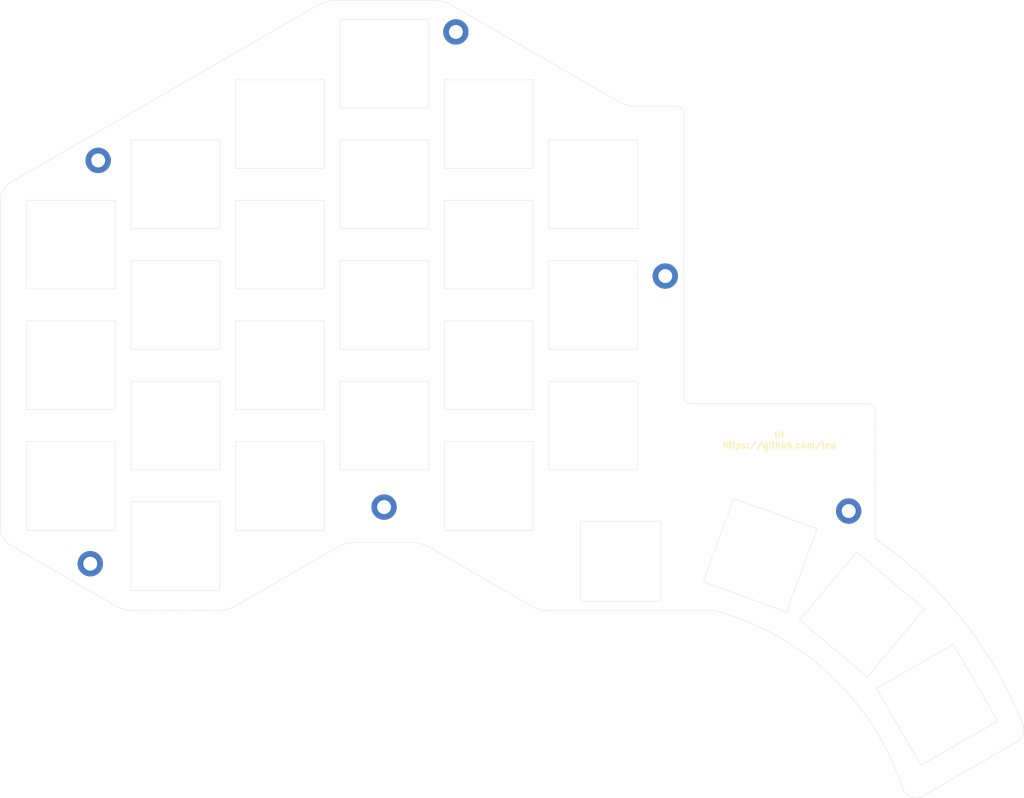
<source format=kicad_pcb>
(kicad_pcb (version 20171130) (host pcbnew 5.1.10-88a1d61d58~90~ubuntu20.04.1)

  (general
    (thickness 1.6)
    (drawings 137)
    (tracks 0)
    (zones 0)
    (modules 6)
    (nets 1)
  )

  (page A4)
  (layers
    (0 F.Cu signal)
    (31 B.Cu signal)
    (32 B.Adhes user)
    (33 F.Adhes user)
    (34 B.Paste user)
    (35 F.Paste user)
    (36 B.SilkS user)
    (37 F.SilkS user)
    (38 B.Mask user)
    (39 F.Mask user)
    (40 Dwgs.User user)
    (41 Cmts.User user)
    (42 Eco1.User user)
    (43 Eco2.User user)
    (44 Edge.Cuts user)
    (45 Margin user)
    (46 B.CrtYd user)
    (47 F.CrtYd user)
    (48 B.Fab user)
    (49 F.Fab user)
  )

  (setup
    (last_trace_width 0.25)
    (trace_clearance 0.2)
    (zone_clearance 0.508)
    (zone_45_only no)
    (trace_min 0.2)
    (via_size 0.8)
    (via_drill 0.4)
    (via_min_size 0.4)
    (via_min_drill 0.3)
    (uvia_size 0.3)
    (uvia_drill 0.1)
    (uvias_allowed no)
    (uvia_min_size 0.2)
    (uvia_min_drill 0.1)
    (edge_width 0.05)
    (segment_width 0.2)
    (pcb_text_width 0.3)
    (pcb_text_size 1.5 1.5)
    (mod_edge_width 0.12)
    (mod_text_size 1 1)
    (mod_text_width 0.15)
    (pad_size 3.429 3.429)
    (pad_drill 3.429)
    (pad_to_mask_clearance 0)
    (aux_axis_origin 0 0)
    (visible_elements FFFFFF7F)
    (pcbplotparams
      (layerselection 0x010fc_ffffffff)
      (usegerberextensions false)
      (usegerberattributes true)
      (usegerberadvancedattributes true)
      (creategerberjobfile true)
      (excludeedgelayer true)
      (linewidth 0.100000)
      (plotframeref false)
      (viasonmask false)
      (mode 1)
      (useauxorigin false)
      (hpglpennumber 1)
      (hpglpenspeed 20)
      (hpglpendiameter 15.000000)
      (psnegative false)
      (psa4output false)
      (plotreference true)
      (plotvalue true)
      (plotinvisibletext false)
      (padsonsilk false)
      (subtractmaskfromsilk false)
      (outputformat 1)
      (mirror false)
      (drillshape 0)
      (scaleselection 1)
      (outputdirectory "gerbers/"))
  )

  (net 0 "")

  (net_class Default "This is the default net class."
    (clearance 0.2)
    (trace_width 0.25)
    (via_dia 0.8)
    (via_drill 0.4)
    (uvia_dia 0.3)
    (uvia_drill 0.1)
  )

  (module SofleKeyboard-footprint:M2_HOLE_PCB (layer F.Cu) (tedit 5D908E44) (tstamp 6122C439)
    (at 136.9949 42.6085)
    (path /612F858D)
    (fp_text reference H6 (at 0 -2.54) (layer F.SilkS) hide
      (effects (font (size 0.29972 0.29972) (thickness 0.0762)))
    )
    (fp_text value Hole (at 0 2.54) (layer F.SilkS) hide
      (effects (font (size 0.29972 0.29972) (thickness 0.0762)))
    )
    (pad "" thru_hole circle (at 0 0) (size 4 4) (drill 2.2) (layers *.Cu *.Mask Dwgs.User))
  )

  (module SofleKeyboard-footprint:M2_HOLE_PCB (layer F.Cu) (tedit 5D908E44) (tstamp 6122C420)
    (at 80.5053 62.9031)
    (path /612F1FE8)
    (fp_text reference H1 (at 0 -2.54) (layer F.SilkS) hide
      (effects (font (size 0.29972 0.29972) (thickness 0.0762)))
    )
    (fp_text value Hole (at 0 2.54) (layer F.SilkS) hide
      (effects (font (size 0.29972 0.29972) (thickness 0.0762)))
    )
    (pad "" thru_hole circle (at 0 0) (size 4 4) (drill 2.2) (layers *.Cu *.Mask Dwgs.User))
  )

  (module SofleKeyboard-footprint:M2_HOLE_PCB (layer F.Cu) (tedit 5D908E44) (tstamp 6122C425)
    (at 79.2607 126.5936)
    (path /612F6082)
    (fp_text reference H2 (at 0 -2.54) (layer F.SilkS) hide
      (effects (font (size 0.29972 0.29972) (thickness 0.0762)))
    )
    (fp_text value Hole (at 0 2.54) (layer F.SilkS) hide
      (effects (font (size 0.29972 0.29972) (thickness 0.0762)))
    )
    (pad "" thru_hole circle (at 0 0) (size 4 4) (drill 2.2) (layers *.Cu *.Mask Dwgs.User))
  )

  (module SofleKeyboard-footprint:M2_HOLE_PCB (layer F.Cu) (tedit 5D908E44) (tstamp 6122C42F)
    (at 199.0344 118.2751)
    (path /612F74B1)
    (fp_text reference H4 (at 0 -2.54) (layer F.SilkS) hide
      (effects (font (size 0.29972 0.29972) (thickness 0.0762)))
    )
    (fp_text value Hole (at 0 2.54) (layer F.SilkS) hide
      (effects (font (size 0.29972 0.29972) (thickness 0.0762)))
    )
    (pad "" thru_hole circle (at 0 0) (size 4 4) (drill 2.2) (layers *.Cu *.Mask Dwgs.User))
  )

  (module SofleKeyboard-footprint:M2_HOLE_PCB (layer F.Cu) (tedit 5D908E44) (tstamp 6122C42A)
    (at 125.6538 117.6528)
    (path /612F683B)
    (fp_text reference H3 (at 0 -2.54) (layer F.SilkS) hide
      (effects (font (size 0.29972 0.29972) (thickness 0.0762)))
    )
    (fp_text value Hole (at 0 2.54) (layer F.SilkS) hide
      (effects (font (size 0.29972 0.29972) (thickness 0.0762)))
    )
    (pad "" thru_hole circle (at 0 0) (size 4 4) (drill 2.2) (layers *.Cu *.Mask Dwgs.User))
  )

  (module SofleKeyboard-footprint:M2_HOLE_PCB (layer F.Cu) (tedit 5D908E44) (tstamp 6122C434)
    (at 170.0657 81.1657)
    (path /612F7C28)
    (fp_text reference H5 (at 0 -2.54) (layer F.SilkS) hide
      (effects (font (size 0.29972 0.29972) (thickness 0.0762)))
    )
    (fp_text value Hole (at 0 2.54) (layer F.SilkS) hide
      (effects (font (size 0.29972 0.29972) (thickness 0.0762)))
    )
    (pad "" thru_hole circle (at 0 0) (size 4 4) (drill 2.2) (layers *.Cu *.Mask Dwgs.User))
  )

  (gr_arc (start 202.2 102.33) (end 203.2 102.33) (angle -90) (layer Edge.Cuts) (width 0.05))
  (gr_line (start 173.974 101.33) (end 202.2 101.33) (layer Edge.Cuts) (width 0.05))
  (gr_arc (start 173.974 100.33) (end 172.974 100.33) (angle -90) (layer Edge.Cuts) (width 0.05))
  (gr_line (start 203.2 102.33) (end 203.196861 122.597659) (layer Edge.Cuts) (width 0.05))
  (gr_arc (start 171.974 55.356) (end 172.974 55.356) (angle -90) (layer Edge.Cuts) (width 0.05))
  (gr_line (start 172.974 55.356) (end 172.974 100.33) (layer Edge.Cuts) (width 0.05))
  (gr_line (start 203.4295 146.3072) (end 215.5539 139.3072) (layer Edge.Cuts) (width 0.05) (tstamp 614E0E1C))
  (gr_line (start 210.4295 158.4316) (end 203.4295 146.3072) (layer Edge.Cuts) (width 0.05))
  (gr_line (start 222.5539 151.4316) (end 210.4295 158.4316) (layer Edge.Cuts) (width 0.05))
  (gr_line (start 215.5539 139.3072) (end 222.5539 151.4316) (layer Edge.Cuts) (width 0.05))
  (gr_line (start 191.268102 135.4828) (end 200.267102 124.7582) (layer Edge.Cuts) (width 0.05) (tstamp 614E0CC5))
  (gr_line (start 201.992702 144.4818) (end 191.268102 135.4828) (layer Edge.Cuts) (width 0.05))
  (gr_line (start 210.991702 133.7572) (end 201.992702 144.4818) (layer Edge.Cuts) (width 0.05))
  (gr_line (start 200.267102 124.7582) (end 210.991702 133.7572) (layer Edge.Cuts) (width 0.05))
  (gr_line (start 176.079706 129.443788) (end 180.867991 116.288106) (layer Edge.Cuts) (width 0.05) (tstamp 614E0AF1))
  (gr_line (start 189.235406 134.232088) (end 176.079706 129.443788) (layer Edge.Cuts) (width 0.05))
  (gr_line (start 194.023688 121.076388) (end 189.235406 134.232088) (layer Edge.Cuts) (width 0.05))
  (gr_line (start 180.867991 116.288106) (end 194.023688 121.076388) (layer Edge.Cuts) (width 0.05))
  (gr_line (start 156.6699 132.5226) (end 156.6699 119.9026) (layer Edge.Cuts) (width 0.05) (tstamp 614DCA43))
  (gr_line (start 169.3899 132.5226) (end 156.6699 132.5226) (layer Edge.Cuts) (width 0.05))
  (gr_line (start 169.3899 119.9026) (end 169.3899 132.5226) (layer Edge.Cuts) (width 0.05))
  (gr_line (start 156.6699 119.9026) (end 169.3899 119.9026) (layer Edge.Cuts) (width 0.05))
  (gr_line (start 85.68892 111.775) (end 99.68892 111.775) (layer Edge.Cuts) (width 0.05) (tstamp 614DC56D))
  (gr_line (start 99.68892 111.775) (end 99.68892 97.775) (layer Edge.Cuts) (width 0.05) (tstamp 614DC56C))
  (gr_line (start 99.68892 97.775) (end 85.68892 97.775) (layer Edge.Cuts) (width 0.05) (tstamp 614DC56B))
  (gr_line (start 85.68892 97.775) (end 85.68892 111.775) (layer Edge.Cuts) (width 0.05) (tstamp 614DC56A))
  (gr_line (start 116.191136 121.3) (end 102.191136 121.3) (layer Edge.Cuts) (width 0.05) (tstamp 614DC53F))
  (gr_line (start 116.191136 107.3) (end 116.191136 121.3) (layer Edge.Cuts) (width 0.05) (tstamp 614DC53E))
  (gr_line (start 102.191136 121.3) (end 102.191136 107.3) (layer Edge.Cuts) (width 0.05) (tstamp 614DC53D))
  (gr_line (start 116.191136 107.3) (end 102.191136 107.3) (layer Edge.Cuts) (width 0.05) (tstamp 614DC53C))
  (gr_line (start 116.191136 88.25) (end 102.191136 88.25) (layer Edge.Cuts) (width 0.05) (tstamp 614DC51D))
  (gr_line (start 102.191136 102.25) (end 102.191136 88.25) (layer Edge.Cuts) (width 0.05) (tstamp 614DC51C))
  (gr_line (start 116.191136 88.25) (end 116.191136 102.25) (layer Edge.Cuts) (width 0.05) (tstamp 614DC51B))
  (gr_line (start 116.191136 102.25) (end 102.191136 102.25) (layer Edge.Cuts) (width 0.05) (tstamp 614DC51A))
  (gr_line (start 116.191136 69.2) (end 116.191136 83.2) (layer Edge.Cuts) (width 0.05) (tstamp 614DC4FA))
  (gr_line (start 102.191136 69.2) (end 116.191136 69.2) (layer Edge.Cuts) (width 0.05) (tstamp 614DC4F9))
  (gr_line (start 116.191136 83.2) (end 102.191136 83.2) (layer Edge.Cuts) (width 0.05) (tstamp 614DC4F8))
  (gr_line (start 102.191136 83.2) (end 102.191136 69.2) (layer Edge.Cuts) (width 0.05) (tstamp 614DC4F7))
  (gr_line (start 118.68892 111.775) (end 132.68892 111.775) (layer Edge.Cuts) (width 0.05) (tstamp 614DC4CE))
  (gr_line (start 132.68892 111.775) (end 132.68892 97.775) (layer Edge.Cuts) (width 0.05) (tstamp 614DC4CD))
  (gr_line (start 132.68892 97.775) (end 118.68892 97.775) (layer Edge.Cuts) (width 0.05) (tstamp 614DC4CC))
  (gr_line (start 118.68892 97.775) (end 118.68892 111.775) (layer Edge.Cuts) (width 0.05) (tstamp 614DC4CB))
  (gr_line (start 132.68892 92.725) (end 118.68892 92.725) (layer Edge.Cuts) (width 0.05) (tstamp 614DC4A4))
  (gr_line (start 132.68892 92.725) (end 132.68892 78.725) (layer Edge.Cuts) (width 0.05) (tstamp 614DC4A3))
  (gr_line (start 132.68892 78.725) (end 118.68892 78.725) (layer Edge.Cuts) (width 0.05) (tstamp 614DC4A2))
  (gr_line (start 118.68892 78.725) (end 118.68892 92.725) (layer Edge.Cuts) (width 0.05) (tstamp 614DC4A1))
  (gr_line (start 118.68892 59.675) (end 118.68892 73.675) (layer Edge.Cuts) (width 0.05) (tstamp 614DC476))
  (gr_line (start 132.68892 59.675) (end 118.68892 59.675) (layer Edge.Cuts) (width 0.05) (tstamp 614DC475))
  (gr_line (start 132.68892 73.675) (end 118.68892 73.675) (layer Edge.Cuts) (width 0.05) (tstamp 614DC474))
  (gr_line (start 132.68892 73.675) (end 132.68892 59.675) (layer Edge.Cuts) (width 0.05) (tstamp 614DC473))
  (gr_line (start 149.191136 121.3) (end 135.191136 121.3) (layer Edge.Cuts) (width 0.05) (tstamp 614DC448))
  (gr_line (start 149.191136 107.3) (end 149.191136 121.3) (layer Edge.Cuts) (width 0.05) (tstamp 614DC447))
  (gr_line (start 135.191136 121.3) (end 135.191136 107.3) (layer Edge.Cuts) (width 0.05) (tstamp 614DC446))
  (gr_line (start 149.191136 107.3) (end 135.191136 107.3) (layer Edge.Cuts) (width 0.05) (tstamp 614DC445))
  (gr_line (start 149.191136 88.25) (end 135.191136 88.25) (layer Edge.Cuts) (width 0.05) (tstamp 614DC423))
  (gr_line (start 135.191136 102.25) (end 135.191136 88.25) (layer Edge.Cuts) (width 0.05) (tstamp 614DC422))
  (gr_line (start 149.191136 88.25) (end 149.191136 102.25) (layer Edge.Cuts) (width 0.05) (tstamp 614DC421))
  (gr_line (start 149.191136 102.25) (end 135.191136 102.25) (layer Edge.Cuts) (width 0.05) (tstamp 614DC420))
  (gr_line (start 149.191136 69.2) (end 149.191136 83.2) (layer Edge.Cuts) (width 0.05) (tstamp 614DC3FC))
  (gr_line (start 135.191136 69.2) (end 149.191136 69.2) (layer Edge.Cuts) (width 0.05) (tstamp 614DC3FB))
  (gr_line (start 149.191136 83.2) (end 135.191136 83.2) (layer Edge.Cuts) (width 0.05) (tstamp 614DC3FA))
  (gr_line (start 135.191136 83.2) (end 135.191136 69.2) (layer Edge.Cuts) (width 0.05) (tstamp 614DC3F9))
  (gr_line (start 135.191136 50.15) (end 135.191136 64.15) (layer Edge.Cuts) (width 0.05) (tstamp 614DC3D0))
  (gr_line (start 149.191136 64.15) (end 149.191136 50.15) (layer Edge.Cuts) (width 0.05) (tstamp 614DC3CF))
  (gr_line (start 135.191136 64.15) (end 149.191136 64.15) (layer Edge.Cuts) (width 0.05) (tstamp 614DC3CE))
  (gr_line (start 149.191136 50.15) (end 135.191136 50.15) (layer Edge.Cuts) (width 0.05) (tstamp 614DC3CD))
  (gr_line (start 99.68892 73.675) (end 85.68892 73.675) (layer Edge.Cuts) (width 0.05) (tstamp 614DC377))
  (gr_line (start 99.68892 73.675) (end 99.68892 59.675) (layer Edge.Cuts) (width 0.05) (tstamp 614DC376))
  (gr_line (start 99.68892 59.675) (end 85.68892 59.675) (layer Edge.Cuts) (width 0.05) (tstamp 614DC375))
  (gr_line (start 85.68892 59.675) (end 85.68892 73.675) (layer Edge.Cuts) (width 0.05) (tstamp 614DC374))
  (gr_line (start 151.68892 111.775) (end 165.68892 111.775) (layer Edge.Cuts) (width 0.05) (tstamp 614DC314))
  (gr_line (start 165.68892 111.775) (end 165.68892 97.775) (layer Edge.Cuts) (width 0.05) (tstamp 614DC313))
  (gr_line (start 165.68892 97.775) (end 151.68892 97.775) (layer Edge.Cuts) (width 0.05) (tstamp 614DC312))
  (gr_line (start 151.68892 97.775) (end 151.68892 111.775) (layer Edge.Cuts) (width 0.05) (tstamp 614DC311))
  (gr_line (start 165.68892 92.725) (end 151.68892 92.725) (layer Edge.Cuts) (width 0.05) (tstamp 614DC2DF))
  (gr_line (start 165.68892 92.725) (end 165.68892 78.725) (layer Edge.Cuts) (width 0.05) (tstamp 614DC2DE))
  (gr_line (start 165.68892 78.725) (end 151.68892 78.725) (layer Edge.Cuts) (width 0.05) (tstamp 614DC2DD))
  (gr_line (start 151.68892 78.725) (end 151.68892 92.725) (layer Edge.Cuts) (width 0.05) (tstamp 614DC2DC))
  (gr_line (start 165.68892 73.675) (end 151.68892 73.675) (layer Edge.Cuts) (width 0.05) (tstamp 614DC195))
  (gr_line (start 165.68892 73.675) (end 165.68892 59.675) (layer Edge.Cuts) (width 0.05) (tstamp 614DC194))
  (gr_line (start 165.68892 59.675) (end 151.68892 59.675) (layer Edge.Cuts) (width 0.05) (tstamp 614DC193))
  (gr_line (start 151.68892 59.675) (end 151.68892 73.675) (layer Edge.Cuts) (width 0.05) (tstamp 614DC192))
  (gr_line (start 69.191136 121.3) (end 69.191136 107.3) (layer Edge.Cuts) (width 0.05))
  (gr_line (start 83.191136 121.3) (end 69.191136 121.3) (layer Edge.Cuts) (width 0.05))
  (gr_line (start 83.191136 107.3) (end 83.191136 121.3) (layer Edge.Cuts) (width 0.05))
  (gr_line (start 83.191136 107.3) (end 69.191136 107.3) (layer Edge.Cuts) (width 0.05))
  (gr_line (start 69.191136 102.25) (end 69.191136 88.25) (layer Edge.Cuts) (width 0.05))
  (gr_line (start 83.191136 102.25) (end 69.191136 102.25) (layer Edge.Cuts) (width 0.05))
  (gr_line (start 83.191136 88.25) (end 83.191136 102.25) (layer Edge.Cuts) (width 0.05))
  (gr_line (start 83.191136 88.25) (end 69.191136 88.25) (layer Edge.Cuts) (width 0.05))
  (gr_line (start 69.191136 83.2) (end 69.191136 69.2) (layer Edge.Cuts) (width 0.05) (tstamp 614DBF86))
  (gr_line (start 83.191136 83.2) (end 69.191136 83.2) (layer Edge.Cuts) (width 0.05))
  (gr_line (start 83.191136 69.2) (end 83.191136 83.2) (layer Edge.Cuts) (width 0.05))
  (gr_line (start 69.191136 69.2) (end 83.191136 69.2) (layer Edge.Cuts) (width 0.05))
  (gr_line (start 102.191136 50.15) (end 102.191136 64.15) (layer Edge.Cuts) (width 0.05) (tstamp 614DC9C2))
  (gr_line (start 116.191136 50.15) (end 102.191136 50.15) (layer Edge.Cuts) (width 0.05))
  (gr_line (start 116.191136 64.15) (end 116.191136 50.15) (layer Edge.Cuts) (width 0.05))
  (gr_line (start 102.191136 64.15) (end 116.191136 64.15) (layer Edge.Cuts) (width 0.05))
  (gr_line (start 118.68892 40.625) (end 118.68892 54.625) (layer Edge.Cuts) (width 0.05))
  (gr_line (start 132.68892 40.625) (end 118.68892 40.625) (layer Edge.Cuts) (width 0.05))
  (gr_line (start 132.68892 54.625) (end 132.68892 40.625) (layer Edge.Cuts) (width 0.05))
  (gr_line (start 132.68892 54.625) (end 118.68892 54.625) (layer Edge.Cuts) (width 0.05))
  (gr_line (start 85.68892 78.725) (end 85.68892 92.725) (layer Edge.Cuts) (width 0.05))
  (gr_line (start 99.68892 78.725) (end 85.68892 78.725) (layer Edge.Cuts) (width 0.05))
  (gr_line (start 99.68892 92.725) (end 99.68892 78.725) (layer Edge.Cuts) (width 0.05))
  (gr_line (start 99.68892 92.725) (end 85.68892 92.725) (layer Edge.Cuts) (width 0.05))
  (gr_line (start 85.68892 116.825) (end 85.68892 130.825) (layer Edge.Cuts) (width 0.05) (tstamp 614DBED2))
  (gr_line (start 99.68892 116.825) (end 85.68892 116.825) (layer Edge.Cuts) (width 0.05))
  (gr_line (start 99.68892 130.825) (end 99.68892 116.825) (layer Edge.Cuts) (width 0.05))
  (gr_line (start 85.68892 130.825) (end 99.68892 130.825) (layer Edge.Cuts) (width 0.05))
  (gr_text "tif\nhttps://github.com/leu" (at 188.0997 107.0737) (layer F.SilkS)
    (effects (font (size 1 1) (thickness 0.15)))
  )
  (gr_arc (start 165.658799 48.006001) (end 162.4838 53.5051) (angle -30.00072778) (layer Edge.Cuts) (width 0.05))
  (gr_line (start 136.398 38.429188) (end 162.4838 53.5051) (layer Edge.Cuts) (width 0.05))
  (gr_arc (start 151.7396 128.4478) (end 148.9456 133.2865) (angle -30.00333245) (layer Edge.Cuts) (width 0.05))
  (gr_arc (start 130.048001 128.831929) (end 132.842 123.9901) (angle -29.98729699) (layer Edge.Cuts) (width 0.05))
  (gr_arc (start 121.0691 128.8288) (end 121.0691 123.2408) (angle -30.00333245) (layer Edge.Cuts) (width 0.05))
  (gr_arc (start 99.475432 128.427657) (end 99.416568 133.991061) (angle -27.22925645) (layer Edge.Cuts) (width 0.05))
  (gr_arc (start 85.979 128.4097) (end 83.4644 133.3754) (angle -26.85737405) (layer Edge.Cuts) (width 0.05))
  (gr_arc (start 133.223009 43.934772) (end 136.398 38.429188) (angle -26.53397667) (layer Edge.Cuts) (width 0.05))
  (gr_arc (start 118.2878 43.942) (end 118.1608 37.592) (angle -30.03405492) (layer Edge.Cuts) (width 0.05))
  (gr_line (start 121.0691 123.2408) (end 130.048 123.241782) (layer Edge.Cuts) (width 0.05))
  (gr_line (start 118.1608 37.592) (end 133.604076 37.592) (layer Edge.Cuts) (width 0.05))
  (gr_line (start 85.979 133.975793) (end 99.416568 133.991061) (layer Edge.Cuts) (width 0.05))
  (gr_arc (start 224.4979 152.8064) (end 225.6155 154.7114) (angle -79.33416722) (layer Edge.Cuts) (width 0.05))
  (gr_arc (start 209.6643 161.3789) (end 207.6323 162.2425) (angle -91.03723225) (layer Edge.Cuts) (width 0.05))
  (gr_arc (start 68.3514 120.8151) (end 65.024 120.8151) (angle -60.01107915) (layer Edge.Cuts) (width 0.05))
  (gr_line (start 132.842 123.9901) (end 148.9456 133.2865) (layer Edge.Cuts) (width 0.05))
  (gr_line (start 101.968638 133.401474) (end 118.274819 123.989613) (layer Edge.Cuts) (width 0.05))
  (gr_line (start 66.688257 123.697035) (end 83.4644 133.3754) (layer Edge.Cuts) (width 0.05))
  (gr_arc (start 68.352515 69.2531) (end 66.688815 66.3702) (angle -60.01107758) (layer Edge.Cuts) (width 0.05))
  (gr_arc (start 166.751 175.5267) (end 226.576834 152.060687) (angle -34.0324547) (layer Edge.Cuts) (width 0.05))
  (gr_arc (start 166.751 175.5394) (end 207.6323 162.2425) (angle -56.87886571) (layer Edge.Cuts) (width 0.05))
  (gr_line (start 151.7396 134.035237) (end 177.9524 134.0358) (layer Edge.Cuts) (width 0.05))
  (gr_line (start 66.688815 66.3702) (end 114.999584 38.508192) (layer Edge.Cuts) (width 0.05))
  (gr_line (start 165.658799 54.35586) (end 171.974 54.356) (layer Edge.Cuts) (width 0.05))
  (gr_line (start 210.564542 163.394934) (end 225.6155 154.7114) (layer Edge.Cuts) (width 0.05))
  (gr_line (start 65.024 69.2531) (end 65.024 120.8151) (layer Edge.Cuts) (width 0.05))

)

</source>
